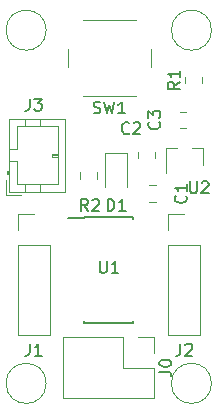
<source format=gbr>
G04 #@! TF.GenerationSoftware,KiCad,Pcbnew,5.0.2+dfsg1-1*
G04 #@! TF.CreationDate,2019-04-22T18:48:39+01:00*
G04 #@! TF.ProjectId,hawk,6861776b-2e6b-4696-9361-645f70636258,rev?*
G04 #@! TF.SameCoordinates,Original*
G04 #@! TF.FileFunction,Legend,Top*
G04 #@! TF.FilePolarity,Positive*
%FSLAX46Y46*%
G04 Gerber Fmt 4.6, Leading zero omitted, Abs format (unit mm)*
G04 Created by KiCad (PCBNEW 5.0.2+dfsg1-1) date Mon 22 Apr 2019 18:48:39 BST*
%MOMM*%
%LPD*%
G01*
G04 APERTURE LIST*
%ADD10C,0.120000*%
%ADD11C,0.150000*%
G04 APERTURE END LIST*
D10*
G04 #@! TO.C,REF\002A\002A*
X159800000Y-94300000D02*
G75*
G03X159800000Y-94300000I-1700000J0D01*
G01*
X145800000Y-94300000D02*
G75*
G03X145800000Y-94300000I-1700000J0D01*
G01*
X145800000Y-64400000D02*
G75*
G03X145800000Y-64400000I-1700000J0D01*
G01*
G04 #@! TO.C,C1*
X154538748Y-77490000D02*
X155061252Y-77490000D01*
X154538748Y-78910000D02*
X155061252Y-78910000D01*
G04 #@! TO.C,C2*
X155010000Y-75261252D02*
X155010000Y-74738748D01*
X153590000Y-75261252D02*
X153590000Y-74738748D01*
G04 #@! TO.C,C3*
X157661252Y-72710000D02*
X157138748Y-72710000D01*
X157661252Y-71290000D02*
X157138748Y-71290000D01*
G04 #@! TO.C,D1*
X152660000Y-77700000D02*
X152660000Y-74840000D01*
X152660000Y-74840000D02*
X150740000Y-74840000D01*
X150740000Y-74840000D02*
X150740000Y-77700000D01*
G04 #@! TO.C,J0*
X147190000Y-90370000D02*
X147190000Y-95570000D01*
X152330000Y-90370000D02*
X147190000Y-90370000D01*
X154930000Y-95570000D02*
X147190000Y-95570000D01*
X152330000Y-90370000D02*
X152330000Y-92970000D01*
X152330000Y-92970000D02*
X154930000Y-92970000D01*
X154930000Y-92970000D02*
X154930000Y-95570000D01*
X153600000Y-90370000D02*
X154930000Y-90370000D01*
X154930000Y-90370000D02*
X154930000Y-91700000D01*
G04 #@! TO.C,J1*
X143450000Y-90230000D02*
X146110000Y-90230000D01*
X143450000Y-82550000D02*
X143450000Y-90230000D01*
X146110000Y-82550000D02*
X146110000Y-90230000D01*
X143450000Y-82550000D02*
X146110000Y-82550000D01*
X143450000Y-81280000D02*
X143450000Y-79950000D01*
X143450000Y-79950000D02*
X144780000Y-79950000D01*
G04 #@! TO.C,J2*
X156150000Y-79950000D02*
X157480000Y-79950000D01*
X156150000Y-81280000D02*
X156150000Y-79950000D01*
X156150000Y-82550000D02*
X158810000Y-82550000D01*
X158810000Y-82550000D02*
X158810000Y-90230000D01*
X156150000Y-82550000D02*
X156150000Y-90230000D01*
X156150000Y-90230000D02*
X158810000Y-90230000D01*
G04 #@! TO.C,J3*
X142690000Y-78060000D02*
X147410000Y-78060000D01*
X147410000Y-78060000D02*
X147410000Y-71940000D01*
X147410000Y-71940000D02*
X142690000Y-71940000D01*
X142690000Y-71940000D02*
X142690000Y-78060000D01*
X142690000Y-76300000D02*
X142490000Y-76300000D01*
X142490000Y-76300000D02*
X142490000Y-76600000D01*
X142490000Y-76600000D02*
X142690000Y-76600000D01*
X142590000Y-76300000D02*
X142590000Y-76600000D01*
X142690000Y-75500000D02*
X143300000Y-75500000D01*
X143300000Y-75500000D02*
X143300000Y-77450000D01*
X143300000Y-77450000D02*
X146800000Y-77450000D01*
X146800000Y-77450000D02*
X146800000Y-72550000D01*
X146800000Y-72550000D02*
X143300000Y-72550000D01*
X143300000Y-72550000D02*
X143300000Y-74500000D01*
X143300000Y-74500000D02*
X142690000Y-74500000D01*
X144000000Y-78060000D02*
X144000000Y-77450000D01*
X145300000Y-78060000D02*
X145300000Y-77450000D01*
X144000000Y-71940000D02*
X144000000Y-72550000D01*
X145300000Y-71940000D02*
X145300000Y-72550000D01*
X146800000Y-75100000D02*
X146300000Y-75100000D01*
X146300000Y-75100000D02*
X146300000Y-74900000D01*
X146300000Y-74900000D02*
X146800000Y-74900000D01*
X146800000Y-75000000D02*
X146300000Y-75000000D01*
X142390000Y-77110000D02*
X142390000Y-78360000D01*
X142390000Y-78360000D02*
X143640000Y-78360000D01*
G04 #@! TO.C,R1*
X157590000Y-68861252D02*
X157590000Y-68338748D01*
X159010000Y-68861252D02*
X159010000Y-68338748D01*
G04 #@! TO.C,R2*
X150110000Y-76961252D02*
X150110000Y-76438748D01*
X148690000Y-76961252D02*
X148690000Y-76438748D01*
G04 #@! TO.C,SW1*
X153400000Y-63500000D02*
X148900000Y-63500000D01*
X154650000Y-67500000D02*
X154650000Y-66000000D01*
X148900000Y-70000000D02*
X153400000Y-70000000D01*
X147650000Y-66000000D02*
X147650000Y-67500000D01*
D11*
G04 #@! TO.C,U1*
X149025000Y-80250000D02*
X149025000Y-80275000D01*
X153175000Y-80250000D02*
X153175000Y-80365000D01*
X153175000Y-89150000D02*
X153175000Y-89035000D01*
X149025000Y-89150000D02*
X149025000Y-89035000D01*
X149025000Y-80250000D02*
X153175000Y-80250000D01*
X149025000Y-89150000D02*
X153175000Y-89150000D01*
X149025000Y-80275000D02*
X147650000Y-80275000D01*
D10*
G04 #@! TO.C,U2*
X159080000Y-74340000D02*
X158150000Y-74340000D01*
X155920000Y-74340000D02*
X156850000Y-74340000D01*
X155920000Y-74340000D02*
X155920000Y-76500000D01*
X159080000Y-74340000D02*
X159080000Y-75800000D01*
G04 #@! TO.C,REF\002A\002A*
X159800000Y-64400000D02*
G75*
G03X159800000Y-64400000I-1700000J0D01*
G01*
G04 #@! TO.C,C1*
D11*
X157607142Y-78416666D02*
X157654761Y-78464285D01*
X157702380Y-78607142D01*
X157702380Y-78702380D01*
X157654761Y-78845238D01*
X157559523Y-78940476D01*
X157464285Y-78988095D01*
X157273809Y-79035714D01*
X157130952Y-79035714D01*
X156940476Y-78988095D01*
X156845238Y-78940476D01*
X156750000Y-78845238D01*
X156702380Y-78702380D01*
X156702380Y-78607142D01*
X156750000Y-78464285D01*
X156797619Y-78416666D01*
X157702380Y-77464285D02*
X157702380Y-78035714D01*
X157702380Y-77750000D02*
X156702380Y-77750000D01*
X156845238Y-77845238D01*
X156940476Y-77940476D01*
X156988095Y-78035714D01*
G04 #@! TO.C,C2*
X152833333Y-73107142D02*
X152785714Y-73154761D01*
X152642857Y-73202380D01*
X152547619Y-73202380D01*
X152404761Y-73154761D01*
X152309523Y-73059523D01*
X152261904Y-72964285D01*
X152214285Y-72773809D01*
X152214285Y-72630952D01*
X152261904Y-72440476D01*
X152309523Y-72345238D01*
X152404761Y-72250000D01*
X152547619Y-72202380D01*
X152642857Y-72202380D01*
X152785714Y-72250000D01*
X152833333Y-72297619D01*
X153214285Y-72297619D02*
X153261904Y-72250000D01*
X153357142Y-72202380D01*
X153595238Y-72202380D01*
X153690476Y-72250000D01*
X153738095Y-72297619D01*
X153785714Y-72392857D01*
X153785714Y-72488095D01*
X153738095Y-72630952D01*
X153166666Y-73202380D01*
X153785714Y-73202380D01*
G04 #@! TO.C,C3*
X155357142Y-72166666D02*
X155404761Y-72214285D01*
X155452380Y-72357142D01*
X155452380Y-72452380D01*
X155404761Y-72595238D01*
X155309523Y-72690476D01*
X155214285Y-72738095D01*
X155023809Y-72785714D01*
X154880952Y-72785714D01*
X154690476Y-72738095D01*
X154595238Y-72690476D01*
X154500000Y-72595238D01*
X154452380Y-72452380D01*
X154452380Y-72357142D01*
X154500000Y-72214285D01*
X154547619Y-72166666D01*
X154452380Y-71833333D02*
X154452380Y-71214285D01*
X154833333Y-71547619D01*
X154833333Y-71404761D01*
X154880952Y-71309523D01*
X154928571Y-71261904D01*
X155023809Y-71214285D01*
X155261904Y-71214285D01*
X155357142Y-71261904D01*
X155404761Y-71309523D01*
X155452380Y-71404761D01*
X155452380Y-71690476D01*
X155404761Y-71785714D01*
X155357142Y-71833333D01*
G04 #@! TO.C,D1*
X151011904Y-79702380D02*
X151011904Y-78702380D01*
X151250000Y-78702380D01*
X151392857Y-78750000D01*
X151488095Y-78845238D01*
X151535714Y-78940476D01*
X151583333Y-79130952D01*
X151583333Y-79273809D01*
X151535714Y-79464285D01*
X151488095Y-79559523D01*
X151392857Y-79654761D01*
X151250000Y-79702380D01*
X151011904Y-79702380D01*
X152535714Y-79702380D02*
X151964285Y-79702380D01*
X152250000Y-79702380D02*
X152250000Y-78702380D01*
X152154761Y-78845238D01*
X152059523Y-78940476D01*
X151964285Y-78988095D01*
G04 #@! TO.C,J0*
X155382380Y-93303333D02*
X156096666Y-93303333D01*
X156239523Y-93350952D01*
X156334761Y-93446190D01*
X156382380Y-93589047D01*
X156382380Y-93684285D01*
X155382380Y-92636666D02*
X155382380Y-92541428D01*
X155430000Y-92446190D01*
X155477619Y-92398571D01*
X155572857Y-92350952D01*
X155763333Y-92303333D01*
X156001428Y-92303333D01*
X156191904Y-92350952D01*
X156287142Y-92398571D01*
X156334761Y-92446190D01*
X156382380Y-92541428D01*
X156382380Y-92636666D01*
X156334761Y-92731904D01*
X156287142Y-92779523D01*
X156191904Y-92827142D01*
X156001428Y-92874761D01*
X155763333Y-92874761D01*
X155572857Y-92827142D01*
X155477619Y-92779523D01*
X155430000Y-92731904D01*
X155382380Y-92636666D01*
G04 #@! TO.C,J1*
X144416666Y-90952380D02*
X144416666Y-91666666D01*
X144369047Y-91809523D01*
X144273809Y-91904761D01*
X144130952Y-91952380D01*
X144035714Y-91952380D01*
X145416666Y-91952380D02*
X144845238Y-91952380D01*
X145130952Y-91952380D02*
X145130952Y-90952380D01*
X145035714Y-91095238D01*
X144940476Y-91190476D01*
X144845238Y-91238095D01*
G04 #@! TO.C,J2*
X157166666Y-90952380D02*
X157166666Y-91666666D01*
X157119047Y-91809523D01*
X157023809Y-91904761D01*
X156880952Y-91952380D01*
X156785714Y-91952380D01*
X157595238Y-91047619D02*
X157642857Y-91000000D01*
X157738095Y-90952380D01*
X157976190Y-90952380D01*
X158071428Y-91000000D01*
X158119047Y-91047619D01*
X158166666Y-91142857D01*
X158166666Y-91238095D01*
X158119047Y-91380952D01*
X157547619Y-91952380D01*
X158166666Y-91952380D01*
G04 #@! TO.C,J3*
X144416666Y-70202380D02*
X144416666Y-70916666D01*
X144369047Y-71059523D01*
X144273809Y-71154761D01*
X144130952Y-71202380D01*
X144035714Y-71202380D01*
X144797619Y-70202380D02*
X145416666Y-70202380D01*
X145083333Y-70583333D01*
X145226190Y-70583333D01*
X145321428Y-70630952D01*
X145369047Y-70678571D01*
X145416666Y-70773809D01*
X145416666Y-71011904D01*
X145369047Y-71107142D01*
X145321428Y-71154761D01*
X145226190Y-71202380D01*
X144940476Y-71202380D01*
X144845238Y-71154761D01*
X144797619Y-71107142D01*
G04 #@! TO.C,R1*
X157102380Y-68766666D02*
X156626190Y-69100000D01*
X157102380Y-69338095D02*
X156102380Y-69338095D01*
X156102380Y-68957142D01*
X156150000Y-68861904D01*
X156197619Y-68814285D01*
X156292857Y-68766666D01*
X156435714Y-68766666D01*
X156530952Y-68814285D01*
X156578571Y-68861904D01*
X156626190Y-68957142D01*
X156626190Y-69338095D01*
X157102380Y-67814285D02*
X157102380Y-68385714D01*
X157102380Y-68100000D02*
X156102380Y-68100000D01*
X156245238Y-68195238D01*
X156340476Y-68290476D01*
X156388095Y-68385714D01*
G04 #@! TO.C,R2*
X149333333Y-79702380D02*
X149000000Y-79226190D01*
X148761904Y-79702380D02*
X148761904Y-78702380D01*
X149142857Y-78702380D01*
X149238095Y-78750000D01*
X149285714Y-78797619D01*
X149333333Y-78892857D01*
X149333333Y-79035714D01*
X149285714Y-79130952D01*
X149238095Y-79178571D01*
X149142857Y-79226190D01*
X148761904Y-79226190D01*
X149714285Y-78797619D02*
X149761904Y-78750000D01*
X149857142Y-78702380D01*
X150095238Y-78702380D01*
X150190476Y-78750000D01*
X150238095Y-78797619D01*
X150285714Y-78892857D01*
X150285714Y-78988095D01*
X150238095Y-79130952D01*
X149666666Y-79702380D01*
X150285714Y-79702380D01*
G04 #@! TO.C,SW1*
X149816666Y-71404761D02*
X149959523Y-71452380D01*
X150197619Y-71452380D01*
X150292857Y-71404761D01*
X150340476Y-71357142D01*
X150388095Y-71261904D01*
X150388095Y-71166666D01*
X150340476Y-71071428D01*
X150292857Y-71023809D01*
X150197619Y-70976190D01*
X150007142Y-70928571D01*
X149911904Y-70880952D01*
X149864285Y-70833333D01*
X149816666Y-70738095D01*
X149816666Y-70642857D01*
X149864285Y-70547619D01*
X149911904Y-70500000D01*
X150007142Y-70452380D01*
X150245238Y-70452380D01*
X150388095Y-70500000D01*
X150721428Y-70452380D02*
X150959523Y-71452380D01*
X151150000Y-70738095D01*
X151340476Y-71452380D01*
X151578571Y-70452380D01*
X152483333Y-71452380D02*
X151911904Y-71452380D01*
X152197619Y-71452380D02*
X152197619Y-70452380D01*
X152102380Y-70595238D01*
X152007142Y-70690476D01*
X151911904Y-70738095D01*
G04 #@! TO.C,U1*
X150338095Y-83952380D02*
X150338095Y-84761904D01*
X150385714Y-84857142D01*
X150433333Y-84904761D01*
X150528571Y-84952380D01*
X150719047Y-84952380D01*
X150814285Y-84904761D01*
X150861904Y-84857142D01*
X150909523Y-84761904D01*
X150909523Y-83952380D01*
X151909523Y-84952380D02*
X151338095Y-84952380D01*
X151623809Y-84952380D02*
X151623809Y-83952380D01*
X151528571Y-84095238D01*
X151433333Y-84190476D01*
X151338095Y-84238095D01*
G04 #@! TO.C,U2*
X157988095Y-77202380D02*
X157988095Y-78011904D01*
X158035714Y-78107142D01*
X158083333Y-78154761D01*
X158178571Y-78202380D01*
X158369047Y-78202380D01*
X158464285Y-78154761D01*
X158511904Y-78107142D01*
X158559523Y-78011904D01*
X158559523Y-77202380D01*
X158988095Y-77297619D02*
X159035714Y-77250000D01*
X159130952Y-77202380D01*
X159369047Y-77202380D01*
X159464285Y-77250000D01*
X159511904Y-77297619D01*
X159559523Y-77392857D01*
X159559523Y-77488095D01*
X159511904Y-77630952D01*
X158940476Y-78202380D01*
X159559523Y-78202380D01*
G04 #@! TD*
M02*

</source>
